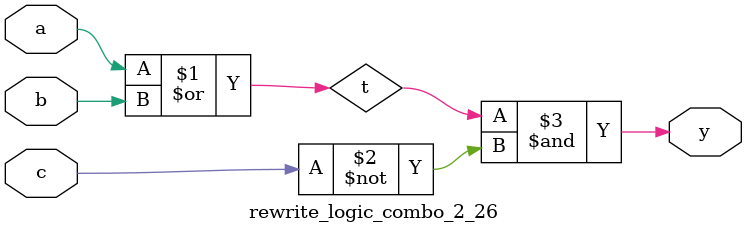
<source format=sv>
module rewrite_logic_combo_2_26(input logic a,b,c, output logic y);
  logic t;
  assign t = a | b;
  assign y = t & ~c;
endmodule

</source>
